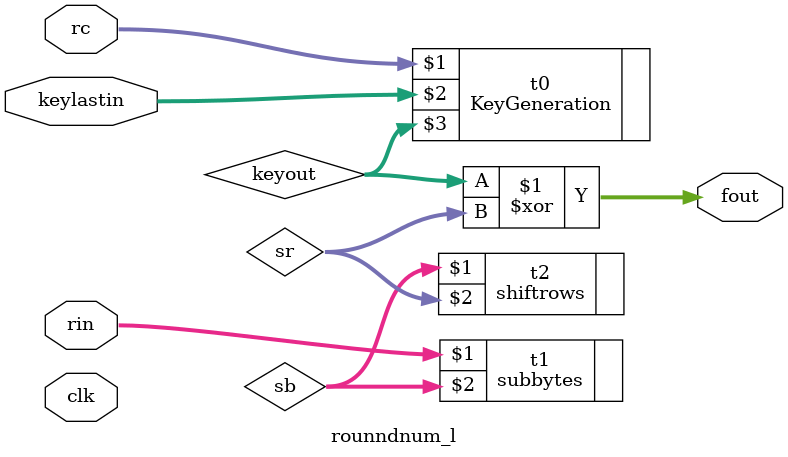
<source format=v>
`timescale 1ns / 1ps

module rounndnum_l(rc,rin,keylastin,fout,clk);
input [3:0]rc;
input [127:0]rin;
input [127:0]keylastin;
output [127:0]fout;
input clk;
wire [127:0] sb,sr,keyout;

KeyGeneration t0(rc,keylastin,keyout);
subbytes t1(rin,sb);
shiftrows t2(sb,sr);
assign fout= keyout^sr;

endmodule

</source>
